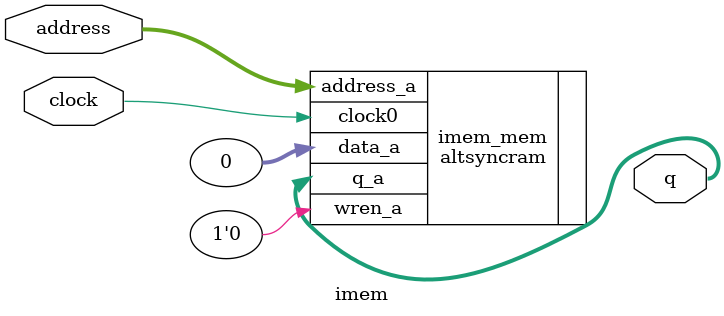
<source format=v>
module imem (
    input  [11:0] address,
    input         clock,
    output [31:0] q
);
    altsyncram #(
        .operation_mode("ROM"),
        .width_a(32),
        .widthad_a(12),
        .numwords_a(4096),
        .outdata_reg_a("UNREGISTERED"),
        .init_file("imem.mif")
    ) imem_mem (
        // Port A (used)
        .address_a(address),
        .clock0(clock),
        .q_a(q),

        // Tie off unused write ports
        .wren_a(1'b0),
        .data_a(32'b0)

        // All Port B and clock1 lines are omitted
    );
endmodule
</source>
